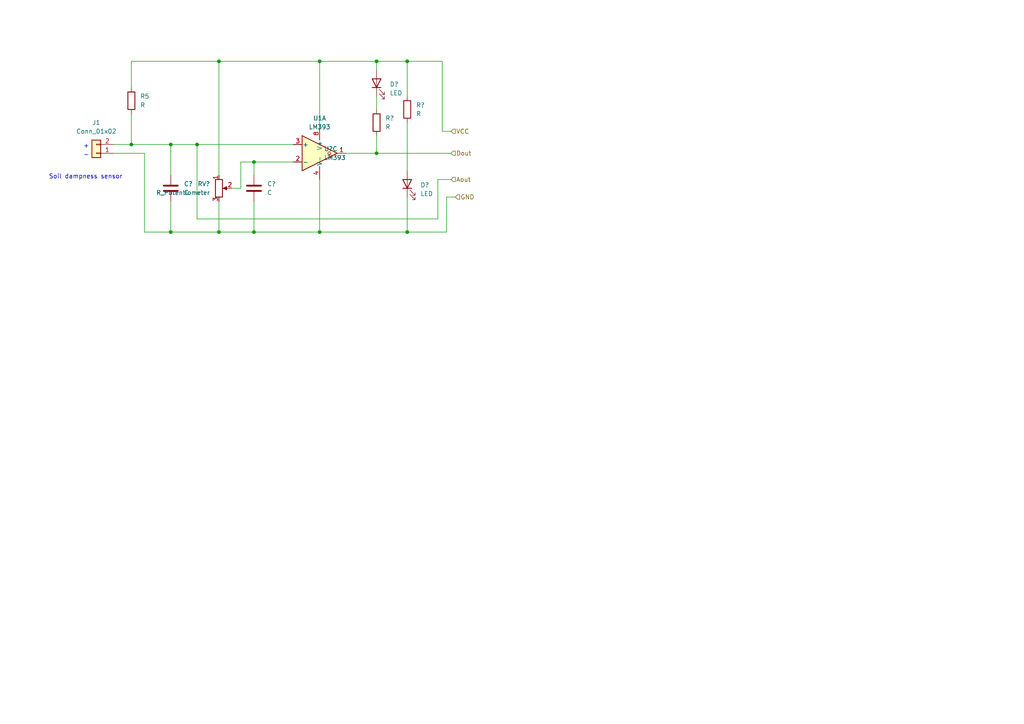
<source format=kicad_sch>
(kicad_sch (version 20211123) (generator eeschema)

  (uuid c151e327-598f-4977-8097-d9b096031849)

  (paper "A4")

  (lib_symbols
    (symbol "Comparator:LM393" (pin_names (offset 0.127)) (in_bom yes) (on_board yes)
      (property "Reference" "U" (id 0) (at 3.81 3.81 0)
        (effects (font (size 1.27 1.27)))
      )
      (property "Value" "LM393" (id 1) (at 6.35 -3.81 0)
        (effects (font (size 1.27 1.27)))
      )
      (property "Footprint" "" (id 2) (at 0 0 0)
        (effects (font (size 1.27 1.27)) hide)
      )
      (property "Datasheet" "http://www.ti.com/lit/ds/symlink/lm393.pdf" (id 3) (at 0 0 0)
        (effects (font (size 1.27 1.27)) hide)
      )
      (property "ki_locked" "" (id 4) (at 0 0 0)
        (effects (font (size 1.27 1.27)))
      )
      (property "ki_keywords" "cmp open collector" (id 5) (at 0 0 0)
        (effects (font (size 1.27 1.27)) hide)
      )
      (property "ki_description" "Low-Power, Low-Offset Voltage, Dual Comparators, DIP-8/SOIC-8/TO-99-8" (id 6) (at 0 0 0)
        (effects (font (size 1.27 1.27)) hide)
      )
      (property "ki_fp_filters" "SOIC*3.9x4.9mm*P1.27mm* DIP*W7.62mm* SOP*5.28x5.23mm*P1.27mm* VSSOP*3.0x3.0mm*P0.65mm* TSSOP*4.4x3mm*P0.65mm*" (id 7) (at 0 0 0)
        (effects (font (size 1.27 1.27)) hide)
      )
      (symbol "LM393_1_1"
        (polyline
          (pts
            (xy -5.08 5.08)
            (xy 5.08 0)
            (xy -5.08 -5.08)
            (xy -5.08 5.08)
          )
          (stroke (width 0.254) (type default) (color 0 0 0 0))
          (fill (type background))
        )
        (polyline
          (pts
            (xy 3.302 -0.508)
            (xy 2.794 -0.508)
            (xy 3.302 0)
            (xy 2.794 0.508)
            (xy 2.286 0)
            (xy 2.794 -0.508)
            (xy 2.286 -0.508)
          )
          (stroke (width 0.127) (type default) (color 0 0 0 0))
          (fill (type none))
        )
        (pin open_collector line (at 7.62 0 180) (length 2.54)
          (name "~" (effects (font (size 1.27 1.27))))
          (number "1" (effects (font (size 1.27 1.27))))
        )
        (pin input line (at -7.62 -2.54 0) (length 2.54)
          (name "-" (effects (font (size 1.27 1.27))))
          (number "2" (effects (font (size 1.27 1.27))))
        )
        (pin input line (at -7.62 2.54 0) (length 2.54)
          (name "+" (effects (font (size 1.27 1.27))))
          (number "3" (effects (font (size 1.27 1.27))))
        )
      )
      (symbol "LM393_2_1"
        (polyline
          (pts
            (xy -5.08 5.08)
            (xy 5.08 0)
            (xy -5.08 -5.08)
            (xy -5.08 5.08)
          )
          (stroke (width 0.254) (type default) (color 0 0 0 0))
          (fill (type background))
        )
        (polyline
          (pts
            (xy 3.302 -0.508)
            (xy 2.794 -0.508)
            (xy 3.302 0)
            (xy 2.794 0.508)
            (xy 2.286 0)
            (xy 2.794 -0.508)
            (xy 2.286 -0.508)
          )
          (stroke (width 0.127) (type default) (color 0 0 0 0))
          (fill (type none))
        )
        (pin input line (at -7.62 2.54 0) (length 2.54)
          (name "+" (effects (font (size 1.27 1.27))))
          (number "5" (effects (font (size 1.27 1.27))))
        )
        (pin input line (at -7.62 -2.54 0) (length 2.54)
          (name "-" (effects (font (size 1.27 1.27))))
          (number "6" (effects (font (size 1.27 1.27))))
        )
        (pin open_collector line (at 7.62 0 180) (length 2.54)
          (name "~" (effects (font (size 1.27 1.27))))
          (number "7" (effects (font (size 1.27 1.27))))
        )
      )
      (symbol "LM393_3_1"
        (pin power_in line (at -2.54 -7.62 90) (length 3.81)
          (name "V-" (effects (font (size 1.27 1.27))))
          (number "4" (effects (font (size 1.27 1.27))))
        )
        (pin power_in line (at -2.54 7.62 270) (length 3.81)
          (name "V+" (effects (font (size 1.27 1.27))))
          (number "8" (effects (font (size 1.27 1.27))))
        )
      )
    )
    (symbol "Connector_Generic:Conn_01x02" (pin_names (offset 1.016) hide) (in_bom yes) (on_board yes)
      (property "Reference" "J" (id 0) (at 0 2.54 0)
        (effects (font (size 1.27 1.27)))
      )
      (property "Value" "Conn_01x02" (id 1) (at 0 -5.08 0)
        (effects (font (size 1.27 1.27)))
      )
      (property "Footprint" "" (id 2) (at 0 0 0)
        (effects (font (size 1.27 1.27)) hide)
      )
      (property "Datasheet" "~" (id 3) (at 0 0 0)
        (effects (font (size 1.27 1.27)) hide)
      )
      (property "ki_keywords" "connector" (id 4) (at 0 0 0)
        (effects (font (size 1.27 1.27)) hide)
      )
      (property "ki_description" "Generic connector, single row, 01x02, script generated (kicad-library-utils/schlib/autogen/connector/)" (id 5) (at 0 0 0)
        (effects (font (size 1.27 1.27)) hide)
      )
      (property "ki_fp_filters" "Connector*:*_1x??_*" (id 6) (at 0 0 0)
        (effects (font (size 1.27 1.27)) hide)
      )
      (symbol "Conn_01x02_1_1"
        (rectangle (start -1.27 -2.413) (end 0 -2.667)
          (stroke (width 0.1524) (type default) (color 0 0 0 0))
          (fill (type none))
        )
        (rectangle (start -1.27 0.127) (end 0 -0.127)
          (stroke (width 0.1524) (type default) (color 0 0 0 0))
          (fill (type none))
        )
        (rectangle (start -1.27 1.27) (end 1.27 -3.81)
          (stroke (width 0.254) (type default) (color 0 0 0 0))
          (fill (type background))
        )
        (pin passive line (at -5.08 0 0) (length 3.81)
          (name "Pin_1" (effects (font (size 1.27 1.27))))
          (number "1" (effects (font (size 1.27 1.27))))
        )
        (pin passive line (at -5.08 -2.54 0) (length 3.81)
          (name "Pin_2" (effects (font (size 1.27 1.27))))
          (number "2" (effects (font (size 1.27 1.27))))
        )
      )
    )
    (symbol "Device:C" (pin_numbers hide) (pin_names (offset 0.254)) (in_bom yes) (on_board yes)
      (property "Reference" "C" (id 0) (at 0.635 2.54 0)
        (effects (font (size 1.27 1.27)) (justify left))
      )
      (property "Value" "C" (id 1) (at 0.635 -2.54 0)
        (effects (font (size 1.27 1.27)) (justify left))
      )
      (property "Footprint" "" (id 2) (at 0.9652 -3.81 0)
        (effects (font (size 1.27 1.27)) hide)
      )
      (property "Datasheet" "~" (id 3) (at 0 0 0)
        (effects (font (size 1.27 1.27)) hide)
      )
      (property "ki_keywords" "cap capacitor" (id 4) (at 0 0 0)
        (effects (font (size 1.27 1.27)) hide)
      )
      (property "ki_description" "Unpolarized capacitor" (id 5) (at 0 0 0)
        (effects (font (size 1.27 1.27)) hide)
      )
      (property "ki_fp_filters" "C_*" (id 6) (at 0 0 0)
        (effects (font (size 1.27 1.27)) hide)
      )
      (symbol "C_0_1"
        (polyline
          (pts
            (xy -2.032 -0.762)
            (xy 2.032 -0.762)
          )
          (stroke (width 0.508) (type default) (color 0 0 0 0))
          (fill (type none))
        )
        (polyline
          (pts
            (xy -2.032 0.762)
            (xy 2.032 0.762)
          )
          (stroke (width 0.508) (type default) (color 0 0 0 0))
          (fill (type none))
        )
      )
      (symbol "C_1_1"
        (pin passive line (at 0 3.81 270) (length 2.794)
          (name "~" (effects (font (size 1.27 1.27))))
          (number "1" (effects (font (size 1.27 1.27))))
        )
        (pin passive line (at 0 -3.81 90) (length 2.794)
          (name "~" (effects (font (size 1.27 1.27))))
          (number "2" (effects (font (size 1.27 1.27))))
        )
      )
    )
    (symbol "Device:LED" (pin_numbers hide) (pin_names (offset 1.016) hide) (in_bom yes) (on_board yes)
      (property "Reference" "D" (id 0) (at 0 2.54 0)
        (effects (font (size 1.27 1.27)))
      )
      (property "Value" "LED" (id 1) (at 0 -2.54 0)
        (effects (font (size 1.27 1.27)))
      )
      (property "Footprint" "" (id 2) (at 0 0 0)
        (effects (font (size 1.27 1.27)) hide)
      )
      (property "Datasheet" "~" (id 3) (at 0 0 0)
        (effects (font (size 1.27 1.27)) hide)
      )
      (property "ki_keywords" "LED diode" (id 4) (at 0 0 0)
        (effects (font (size 1.27 1.27)) hide)
      )
      (property "ki_description" "Light emitting diode" (id 5) (at 0 0 0)
        (effects (font (size 1.27 1.27)) hide)
      )
      (property "ki_fp_filters" "LED* LED_SMD:* LED_THT:*" (id 6) (at 0 0 0)
        (effects (font (size 1.27 1.27)) hide)
      )
      (symbol "LED_0_1"
        (polyline
          (pts
            (xy -1.27 -1.27)
            (xy -1.27 1.27)
          )
          (stroke (width 0.254) (type default) (color 0 0 0 0))
          (fill (type none))
        )
        (polyline
          (pts
            (xy -1.27 0)
            (xy 1.27 0)
          )
          (stroke (width 0) (type default) (color 0 0 0 0))
          (fill (type none))
        )
        (polyline
          (pts
            (xy 1.27 -1.27)
            (xy 1.27 1.27)
            (xy -1.27 0)
            (xy 1.27 -1.27)
          )
          (stroke (width 0.254) (type default) (color 0 0 0 0))
          (fill (type none))
        )
        (polyline
          (pts
            (xy -3.048 -0.762)
            (xy -4.572 -2.286)
            (xy -3.81 -2.286)
            (xy -4.572 -2.286)
            (xy -4.572 -1.524)
          )
          (stroke (width 0) (type default) (color 0 0 0 0))
          (fill (type none))
        )
        (polyline
          (pts
            (xy -1.778 -0.762)
            (xy -3.302 -2.286)
            (xy -2.54 -2.286)
            (xy -3.302 -2.286)
            (xy -3.302 -1.524)
          )
          (stroke (width 0) (type default) (color 0 0 0 0))
          (fill (type none))
        )
      )
      (symbol "LED_1_1"
        (pin passive line (at -3.81 0 0) (length 2.54)
          (name "K" (effects (font (size 1.27 1.27))))
          (number "1" (effects (font (size 1.27 1.27))))
        )
        (pin passive line (at 3.81 0 180) (length 2.54)
          (name "A" (effects (font (size 1.27 1.27))))
          (number "2" (effects (font (size 1.27 1.27))))
        )
      )
    )
    (symbol "Device:R" (pin_numbers hide) (pin_names (offset 0)) (in_bom yes) (on_board yes)
      (property "Reference" "R" (id 0) (at 2.032 0 90)
        (effects (font (size 1.27 1.27)))
      )
      (property "Value" "R" (id 1) (at 0 0 90)
        (effects (font (size 1.27 1.27)))
      )
      (property "Footprint" "" (id 2) (at -1.778 0 90)
        (effects (font (size 1.27 1.27)) hide)
      )
      (property "Datasheet" "~" (id 3) (at 0 0 0)
        (effects (font (size 1.27 1.27)) hide)
      )
      (property "ki_keywords" "R res resistor" (id 4) (at 0 0 0)
        (effects (font (size 1.27 1.27)) hide)
      )
      (property "ki_description" "Resistor" (id 5) (at 0 0 0)
        (effects (font (size 1.27 1.27)) hide)
      )
      (property "ki_fp_filters" "R_*" (id 6) (at 0 0 0)
        (effects (font (size 1.27 1.27)) hide)
      )
      (symbol "R_0_1"
        (rectangle (start -1.016 -2.54) (end 1.016 2.54)
          (stroke (width 0.254) (type default) (color 0 0 0 0))
          (fill (type none))
        )
      )
      (symbol "R_1_1"
        (pin passive line (at 0 3.81 270) (length 1.27)
          (name "~" (effects (font (size 1.27 1.27))))
          (number "1" (effects (font (size 1.27 1.27))))
        )
        (pin passive line (at 0 -3.81 90) (length 1.27)
          (name "~" (effects (font (size 1.27 1.27))))
          (number "2" (effects (font (size 1.27 1.27))))
        )
      )
    )
    (symbol "Device:R_Potentiometer" (pin_names (offset 1.016) hide) (in_bom yes) (on_board yes)
      (property "Reference" "RV" (id 0) (at -4.445 0 90)
        (effects (font (size 1.27 1.27)))
      )
      (property "Value" "R_Potentiometer" (id 1) (at -2.54 0 90)
        (effects (font (size 1.27 1.27)))
      )
      (property "Footprint" "" (id 2) (at 0 0 0)
        (effects (font (size 1.27 1.27)) hide)
      )
      (property "Datasheet" "~" (id 3) (at 0 0 0)
        (effects (font (size 1.27 1.27)) hide)
      )
      (property "ki_keywords" "resistor variable" (id 4) (at 0 0 0)
        (effects (font (size 1.27 1.27)) hide)
      )
      (property "ki_description" "Potentiometer" (id 5) (at 0 0 0)
        (effects (font (size 1.27 1.27)) hide)
      )
      (property "ki_fp_filters" "Potentiometer*" (id 6) (at 0 0 0)
        (effects (font (size 1.27 1.27)) hide)
      )
      (symbol "R_Potentiometer_0_1"
        (polyline
          (pts
            (xy 2.54 0)
            (xy 1.524 0)
          )
          (stroke (width 0) (type default) (color 0 0 0 0))
          (fill (type none))
        )
        (polyline
          (pts
            (xy 1.143 0)
            (xy 2.286 0.508)
            (xy 2.286 -0.508)
            (xy 1.143 0)
          )
          (stroke (width 0) (type default) (color 0 0 0 0))
          (fill (type outline))
        )
        (rectangle (start 1.016 2.54) (end -1.016 -2.54)
          (stroke (width 0.254) (type default) (color 0 0 0 0))
          (fill (type none))
        )
      )
      (symbol "R_Potentiometer_1_1"
        (pin passive line (at 0 3.81 270) (length 1.27)
          (name "1" (effects (font (size 1.27 1.27))))
          (number "1" (effects (font (size 1.27 1.27))))
        )
        (pin passive line (at 3.81 0 180) (length 1.27)
          (name "2" (effects (font (size 1.27 1.27))))
          (number "2" (effects (font (size 1.27 1.27))))
        )
        (pin passive line (at 0 -3.81 90) (length 1.27)
          (name "3" (effects (font (size 1.27 1.27))))
          (number "3" (effects (font (size 1.27 1.27))))
        )
      )
    )
  )

  (junction (at 92.71 67.31) (diameter 0) (color 0 0 0 0)
    (uuid 01cbd724-30de-4940-8a97-d707a77c305d)
  )
  (junction (at 118.11 67.31) (diameter 0) (color 0 0 0 0)
    (uuid 12449918-8764-4c0b-8dd8-40b8d80c28c0)
  )
  (junction (at 49.53 41.91) (diameter 0) (color 0 0 0 0)
    (uuid 1a2da318-5e75-49a2-aa04-6cb8c025b6f6)
  )
  (junction (at 109.22 44.45) (diameter 0) (color 0 0 0 0)
    (uuid 1fd5a62e-ae2e-4923-8797-8639aa691984)
  )
  (junction (at 73.66 67.31) (diameter 0) (color 0 0 0 0)
    (uuid 2c98b9d4-258f-406f-987f-3307384d7233)
  )
  (junction (at 57.15 41.91) (diameter 0) (color 0 0 0 0)
    (uuid 3cd731e8-012a-47d4-92d1-e9e5a7b30d80)
  )
  (junction (at 49.53 67.31) (diameter 0) (color 0 0 0 0)
    (uuid 41ffcf11-7c79-4517-89a4-47a3a37f72a1)
  )
  (junction (at 73.66 46.99) (diameter 0) (color 0 0 0 0)
    (uuid 45d9e3d0-7a6e-415c-8d36-dbf08026c334)
  )
  (junction (at 92.71 17.78) (diameter 0) (color 0 0 0 0)
    (uuid 4e5d6547-4aaa-4eae-a635-68be84591ea0)
  )
  (junction (at 118.11 17.78) (diameter 0) (color 0 0 0 0)
    (uuid 661ec10a-3ae1-40a9-a0f3-a77e0033d023)
  )
  (junction (at 63.5 17.78) (diameter 0) (color 0 0 0 0)
    (uuid 85a010fa-1b4c-4e68-93ff-29b8e9626c45)
  )
  (junction (at 63.5 67.31) (diameter 0) (color 0 0 0 0)
    (uuid bdc6ccf4-552f-4ba7-82d3-54fea9446194)
  )
  (junction (at 109.22 17.78) (diameter 0) (color 0 0 0 0)
    (uuid c8fb745f-ff38-440c-9623-9048cb34f0a0)
  )
  (junction (at 38.1 41.91) (diameter 0) (color 0 0 0 0)
    (uuid f621cf59-4ab9-420a-8bee-11f523d6a1de)
  )

  (wire (pts (xy 118.11 35.56) (xy 118.11 49.53))
    (stroke (width 0) (type default) (color 0 0 0 0))
    (uuid 0cd73bff-8ef5-4b7b-9d8d-13a98f7d6d99)
  )
  (wire (pts (xy 129.54 57.15) (xy 132.08 57.15))
    (stroke (width 0) (type default) (color 0 0 0 0))
    (uuid 1037ca78-4137-4304-90a5-37f560150d20)
  )
  (wire (pts (xy 109.22 27.94) (xy 109.22 31.75))
    (stroke (width 0) (type default) (color 0 0 0 0))
    (uuid 1600f091-ccd1-48cd-aff2-f89163dd6876)
  )
  (wire (pts (xy 129.54 57.15) (xy 129.54 67.31))
    (stroke (width 0) (type default) (color 0 0 0 0))
    (uuid 168e3828-4787-42dc-b24a-98dec91afb3b)
  )
  (wire (pts (xy 41.91 44.45) (xy 41.91 67.31))
    (stroke (width 0) (type default) (color 0 0 0 0))
    (uuid 18c43900-2b90-484a-ac9b-df5c0e48cfe9)
  )
  (wire (pts (xy 118.11 17.78) (xy 118.11 27.94))
    (stroke (width 0) (type default) (color 0 0 0 0))
    (uuid 25712b80-c01f-47a2-81e4-7e92f7afe22f)
  )
  (wire (pts (xy 57.15 63.5) (xy 127 63.5))
    (stroke (width 0) (type default) (color 0 0 0 0))
    (uuid 2c78fe83-a394-42a3-8c25-10a38222bad9)
  )
  (wire (pts (xy 128.27 38.1) (xy 130.81 38.1))
    (stroke (width 0) (type default) (color 0 0 0 0))
    (uuid 31e4fa78-2c5a-4864-bb61-ca880dbd9253)
  )
  (wire (pts (xy 127 52.07) (xy 130.81 52.07))
    (stroke (width 0) (type default) (color 0 0 0 0))
    (uuid 3ba0d263-e20f-4130-9856-13354f0fdc5d)
  )
  (wire (pts (xy 41.91 67.31) (xy 49.53 67.31))
    (stroke (width 0) (type default) (color 0 0 0 0))
    (uuid 44be2ad2-8b75-4ef4-afc5-cf3d5d7d6cbc)
  )
  (wire (pts (xy 69.85 54.61) (xy 69.85 46.99))
    (stroke (width 0) (type default) (color 0 0 0 0))
    (uuid 45a2f3a7-c5b5-4133-8b86-da7910c8046b)
  )
  (wire (pts (xy 57.15 41.91) (xy 85.09 41.91))
    (stroke (width 0) (type default) (color 0 0 0 0))
    (uuid 4b3fa630-b3e3-4edd-ba5a-63e56fd763c0)
  )
  (wire (pts (xy 73.66 67.31) (xy 92.71 67.31))
    (stroke (width 0) (type default) (color 0 0 0 0))
    (uuid 4e8776b9-a6e6-4761-8e0f-a4fe59a56cef)
  )
  (wire (pts (xy 73.66 46.99) (xy 85.09 46.99))
    (stroke (width 0) (type default) (color 0 0 0 0))
    (uuid 4f1681ad-29ef-476f-8e81-6a4379e4d34a)
  )
  (wire (pts (xy 33.02 44.45) (xy 41.91 44.45))
    (stroke (width 0) (type default) (color 0 0 0 0))
    (uuid 4fd7e2dd-aedb-40e4-a87a-76f712deb4db)
  )
  (wire (pts (xy 49.53 67.31) (xy 63.5 67.31))
    (stroke (width 0) (type default) (color 0 0 0 0))
    (uuid 583424e0-c8cb-4c4c-94eb-433d0f952499)
  )
  (wire (pts (xy 109.22 44.45) (xy 130.81 44.45))
    (stroke (width 0) (type default) (color 0 0 0 0))
    (uuid 5aab4f4d-f547-4d11-9f99-1f922743bd02)
  )
  (wire (pts (xy 109.22 17.78) (xy 109.22 20.32))
    (stroke (width 0) (type default) (color 0 0 0 0))
    (uuid 664ad146-00e7-4734-b88d-1783725ae09d)
  )
  (wire (pts (xy 109.22 39.37) (xy 109.22 44.45))
    (stroke (width 0) (type default) (color 0 0 0 0))
    (uuid 698d5955-3f76-4fec-8894-c03f067b86f8)
  )
  (wire (pts (xy 118.11 17.78) (xy 128.27 17.78))
    (stroke (width 0) (type default) (color 0 0 0 0))
    (uuid 6d174d25-ac74-43cc-b4e4-c8f1a31c6cb9)
  )
  (wire (pts (xy 92.71 52.07) (xy 92.71 67.31))
    (stroke (width 0) (type default) (color 0 0 0 0))
    (uuid 7af0ab2d-f317-4325-b90d-239e50ef72c7)
  )
  (wire (pts (xy 38.1 17.78) (xy 63.5 17.78))
    (stroke (width 0) (type default) (color 0 0 0 0))
    (uuid 7c8eb9e5-36f5-4bb3-852f-60b4723ffd48)
  )
  (wire (pts (xy 69.85 46.99) (xy 73.66 46.99))
    (stroke (width 0) (type default) (color 0 0 0 0))
    (uuid 829bb75a-2148-4c7c-ae34-36f5625e48c3)
  )
  (wire (pts (xy 100.33 44.45) (xy 109.22 44.45))
    (stroke (width 0) (type default) (color 0 0 0 0))
    (uuid 82d23f0e-037b-430c-8ace-2e245e3e8d54)
  )
  (wire (pts (xy 38.1 41.91) (xy 49.53 41.91))
    (stroke (width 0) (type default) (color 0 0 0 0))
    (uuid 8b0fae2d-f521-414b-b7b1-d96c7264644d)
  )
  (wire (pts (xy 118.11 67.31) (xy 129.54 67.31))
    (stroke (width 0) (type default) (color 0 0 0 0))
    (uuid 8ee5b180-370f-4744-ab5c-aac0397d9713)
  )
  (wire (pts (xy 128.27 17.78) (xy 128.27 38.1))
    (stroke (width 0) (type default) (color 0 0 0 0))
    (uuid 92f5ba70-d7b3-45a3-9a9f-af248ce12c36)
  )
  (wire (pts (xy 127 63.5) (xy 127 52.07))
    (stroke (width 0) (type default) (color 0 0 0 0))
    (uuid 94e4e180-f995-4588-af81-3c2c1573c1d4)
  )
  (wire (pts (xy 63.5 17.78) (xy 92.71 17.78))
    (stroke (width 0) (type default) (color 0 0 0 0))
    (uuid 96ce4072-d758-44fe-ade6-7705cbd3372a)
  )
  (wire (pts (xy 109.22 17.78) (xy 118.11 17.78))
    (stroke (width 0) (type default) (color 0 0 0 0))
    (uuid 9eb0914f-5bc5-42e4-af4c-6f2c8e607773)
  )
  (wire (pts (xy 73.66 58.42) (xy 73.66 67.31))
    (stroke (width 0) (type default) (color 0 0 0 0))
    (uuid a04bc049-3e9f-4222-a915-a52e231157ed)
  )
  (wire (pts (xy 67.31 54.61) (xy 69.85 54.61))
    (stroke (width 0) (type default) (color 0 0 0 0))
    (uuid aedbd4ba-5c2d-4ca9-9d43-3888b8b1b15f)
  )
  (wire (pts (xy 49.53 58.42) (xy 49.53 67.31))
    (stroke (width 0) (type default) (color 0 0 0 0))
    (uuid b086fb79-1ff0-4b5a-af76-77beeda25422)
  )
  (wire (pts (xy 49.53 41.91) (xy 57.15 41.91))
    (stroke (width 0) (type default) (color 0 0 0 0))
    (uuid b27e40e4-1587-4334-b057-87bc16d4de59)
  )
  (wire (pts (xy 33.02 41.91) (xy 38.1 41.91))
    (stroke (width 0) (type default) (color 0 0 0 0))
    (uuid b58d9f74-82ae-4579-91c8-911e5a78b8d0)
  )
  (wire (pts (xy 92.71 17.78) (xy 92.71 36.83))
    (stroke (width 0) (type default) (color 0 0 0 0))
    (uuid b738b77b-6e42-4b37-9cad-4278d3c77bf4)
  )
  (wire (pts (xy 92.71 17.78) (xy 109.22 17.78))
    (stroke (width 0) (type default) (color 0 0 0 0))
    (uuid b83d29c6-fec4-4516-bcd2-b648741f4c07)
  )
  (wire (pts (xy 118.11 57.15) (xy 118.11 67.31))
    (stroke (width 0) (type default) (color 0 0 0 0))
    (uuid bf2c50b2-e402-4d33-8802-10c0c5ae667f)
  )
  (wire (pts (xy 63.5 17.78) (xy 63.5 50.8))
    (stroke (width 0) (type default) (color 0 0 0 0))
    (uuid c1fdc155-33bc-485a-a9a5-41bf785fc7af)
  )
  (wire (pts (xy 49.53 41.91) (xy 49.53 50.8))
    (stroke (width 0) (type default) (color 0 0 0 0))
    (uuid c305d622-abce-44df-bf79-8a28e51fd5ba)
  )
  (wire (pts (xy 73.66 46.99) (xy 73.66 50.8))
    (stroke (width 0) (type default) (color 0 0 0 0))
    (uuid c372d8fb-9aa2-4fe1-b101-d456aa42bd2f)
  )
  (wire (pts (xy 57.15 41.91) (xy 57.15 63.5))
    (stroke (width 0) (type default) (color 0 0 0 0))
    (uuid cb2e373d-4172-4761-a4a1-b7523f156c22)
  )
  (wire (pts (xy 63.5 58.42) (xy 63.5 67.31))
    (stroke (width 0) (type default) (color 0 0 0 0))
    (uuid dd7009c0-c6bd-41e3-8a5d-b0be6eefb34a)
  )
  (wire (pts (xy 38.1 33.02) (xy 38.1 41.91))
    (stroke (width 0) (type default) (color 0 0 0 0))
    (uuid df992ffd-2e7d-4c4b-b613-7bae5bf23c1f)
  )
  (wire (pts (xy 92.71 67.31) (xy 118.11 67.31))
    (stroke (width 0) (type default) (color 0 0 0 0))
    (uuid e1be7e93-9957-4ed7-9f6a-e8e2ad4d0c48)
  )
  (wire (pts (xy 38.1 25.4) (xy 38.1 17.78))
    (stroke (width 0) (type default) (color 0 0 0 0))
    (uuid e2feed2b-e08e-4148-bdcc-b3e876af6904)
  )
  (wire (pts (xy 63.5 67.31) (xy 73.66 67.31))
    (stroke (width 0) (type default) (color 0 0 0 0))
    (uuid f93be9fc-1996-4b8e-bb4f-d5f46f68d410)
  )

  (text "+" (at 24.13 43.18 0)
    (effects (font (size 1.27 1.27)) (justify left bottom))
    (uuid 271897da-8239-48a1-8b9f-34f85494b698)
  )
  (text "Soil dampness sensor" (at 35.56 52.07 180)
    (effects (font (size 1.27 1.27)) (justify right bottom))
    (uuid 400d05aa-3a2c-49d0-bf71-65eafaf0405d)
  )
  (text "-" (at 24.13 45.72 0)
    (effects (font (size 1.27 1.27)) (justify left bottom))
    (uuid 99f9e990-e595-4013-81e1-2318c3b24e56)
  )

  (hierarchical_label "Aout" (shape input) (at 130.81 52.07 0)
    (effects (font (size 1.27 1.27)) (justify left))
    (uuid 2aaa00fa-8b21-47c1-83f7-fe2eda5431da)
  )
  (hierarchical_label "GND" (shape input) (at 132.08 57.15 0)
    (effects (font (size 1.27 1.27)) (justify left))
    (uuid 3242ecce-5f28-48bd-8970-d658aa80d8d2)
  )
  (hierarchical_label "Dout" (shape input) (at 130.81 44.45 0)
    (effects (font (size 1.27 1.27)) (justify left))
    (uuid 65a634be-7324-4a4a-9242-a6964c431b32)
  )
  (hierarchical_label "VCC" (shape input) (at 130.81 38.1 0)
    (effects (font (size 1.27 1.27)) (justify left))
    (uuid f9e12ba1-9a45-4f92-b155-9f072680e0ac)
  )

  (symbol (lib_id "Connector_Generic:Conn_01x02") (at 27.94 44.45 180) (unit 1)
    (in_bom yes) (on_board yes) (fields_autoplaced)
    (uuid 39fb1d45-5927-49a9-8066-4c63152fdb98)
    (property "Reference" "J1" (id 0) (at 27.94 35.56 0))
    (property "Value" "Conn_01x02" (id 1) (at 27.94 38.1 0))
    (property "Footprint" "" (id 2) (at 27.94 44.45 0)
      (effects (font (size 1.27 1.27)) hide)
    )
    (property "Datasheet" "~" (id 3) (at 27.94 44.45 0)
      (effects (font (size 1.27 1.27)) hide)
    )
    (pin "1" (uuid 89ef326d-2ab2-4bb6-8f38-d9579075912b))
    (pin "2" (uuid 3f3b6fb4-a718-4d08-86af-d8d1a8b73067))
  )

  (symbol (lib_id "Comparator:LM393") (at 95.25 44.45 0) (unit 3)
    (in_bom yes) (on_board yes) (fields_autoplaced)
    (uuid 3b184dd6-d844-4b98-822c-ebdaac6c250a)
    (property "Reference" "U?" (id 0) (at 93.98 43.1799 0)
      (effects (font (size 1.27 1.27)) (justify left))
    )
    (property "Value" "LM393" (id 1) (at 93.98 45.7199 0)
      (effects (font (size 1.27 1.27)) (justify left))
    )
    (property "Footprint" "" (id 2) (at 95.25 44.45 0)
      (effects (font (size 1.27 1.27)) hide)
    )
    (property "Datasheet" "http://www.ti.com/lit/ds/symlink/lm393.pdf" (id 3) (at 95.25 44.45 0)
      (effects (font (size 1.27 1.27)) hide)
    )
    (pin "1" (uuid d3e3385c-012a-457c-9e8c-c1680f2389af))
    (pin "2" (uuid ddc3c5ad-7363-4f75-a17d-e459bbf6f122))
    (pin "3" (uuid a13c4e67-be10-4b86-9cc4-7e6cde52950a))
    (pin "5" (uuid d5bef877-c623-46f9-a2cb-fa7a90782552))
    (pin "6" (uuid 003abb0c-35a1-4484-847d-8e84afa273f7))
    (pin "7" (uuid 8c032fb3-73fd-4494-ab2c-1ea2301ad310))
    (pin "4" (uuid 910c3170-7c4c-477e-9af6-929d84e7c9ff))
    (pin "8" (uuid a9c25bd6-e452-4691-95ce-e8ee77a7f13d))
  )

  (symbol (lib_id "Device:LED") (at 109.22 24.13 90) (unit 1)
    (in_bom yes) (on_board yes) (fields_autoplaced)
    (uuid 4ce7d027-ed94-40e3-a896-60f5d9c12d2b)
    (property "Reference" "D?" (id 0) (at 113.03 24.4474 90)
      (effects (font (size 1.27 1.27)) (justify right))
    )
    (property "Value" "LED" (id 1) (at 113.03 26.9874 90)
      (effects (font (size 1.27 1.27)) (justify right))
    )
    (property "Footprint" "" (id 2) (at 109.22 24.13 0)
      (effects (font (size 1.27 1.27)) hide)
    )
    (property "Datasheet" "~" (id 3) (at 109.22 24.13 0)
      (effects (font (size 1.27 1.27)) hide)
    )
    (pin "1" (uuid e65cdec7-8729-475a-af25-63798bed3abb))
    (pin "2" (uuid e9544b36-8326-4643-a6da-7fc53f4f9333))
  )

  (symbol (lib_id "Device:R") (at 38.1 29.21 0) (unit 1)
    (in_bom yes) (on_board yes) (fields_autoplaced)
    (uuid 4f8e3fb3-69a1-473e-9151-c4c147ce1bee)
    (property "Reference" "R5" (id 0) (at 40.64 27.9399 0)
      (effects (font (size 1.27 1.27)) (justify left))
    )
    (property "Value" "R" (id 1) (at 40.64 30.4799 0)
      (effects (font (size 1.27 1.27)) (justify left))
    )
    (property "Footprint" "" (id 2) (at 36.322 29.21 90)
      (effects (font (size 1.27 1.27)) hide)
    )
    (property "Datasheet" "~" (id 3) (at 38.1 29.21 0)
      (effects (font (size 1.27 1.27)) hide)
    )
    (pin "1" (uuid 71cb8112-f2f5-4e6c-9942-87c51b6b7d36))
    (pin "2" (uuid 0508d903-fcea-4bfb-adc2-89bf8595bc51))
  )

  (symbol (lib_id "Device:C") (at 73.66 54.61 0) (unit 1)
    (in_bom yes) (on_board yes) (fields_autoplaced)
    (uuid 60400675-1596-4c39-a4eb-bbee89e4212f)
    (property "Reference" "C?" (id 0) (at 77.47 53.3399 0)
      (effects (font (size 1.27 1.27)) (justify left))
    )
    (property "Value" "C" (id 1) (at 77.47 55.8799 0)
      (effects (font (size 1.27 1.27)) (justify left))
    )
    (property "Footprint" "" (id 2) (at 74.6252 58.42 0)
      (effects (font (size 1.27 1.27)) hide)
    )
    (property "Datasheet" "~" (id 3) (at 73.66 54.61 0)
      (effects (font (size 1.27 1.27)) hide)
    )
    (pin "1" (uuid 33243fc0-ee61-4674-9b1d-f7383118a67a))
    (pin "2" (uuid 36ce6815-f0f0-4425-be63-061a6bb97e63))
  )

  (symbol (lib_id "Device:R") (at 109.22 35.56 0) (unit 1)
    (in_bom yes) (on_board yes) (fields_autoplaced)
    (uuid 67ae459d-6ae5-4503-9c75-6af433d309e6)
    (property "Reference" "R?" (id 0) (at 111.76 34.2899 0)
      (effects (font (size 1.27 1.27)) (justify left))
    )
    (property "Value" "R" (id 1) (at 111.76 36.8299 0)
      (effects (font (size 1.27 1.27)) (justify left))
    )
    (property "Footprint" "" (id 2) (at 107.442 35.56 90)
      (effects (font (size 1.27 1.27)) hide)
    )
    (property "Datasheet" "~" (id 3) (at 109.22 35.56 0)
      (effects (font (size 1.27 1.27)) hide)
    )
    (pin "1" (uuid 795978f5-f2a5-4404-add7-652a5163e4ac))
    (pin "2" (uuid 6882eb9e-ae8b-451f-9708-f8d3f1acee80))
  )

  (symbol (lib_id "Device:C") (at 49.53 54.61 0) (unit 1)
    (in_bom yes) (on_board yes) (fields_autoplaced)
    (uuid b751994b-24e7-4059-9927-1dbfb248f1d8)
    (property "Reference" "C?" (id 0) (at 53.34 53.3399 0)
      (effects (font (size 1.27 1.27)) (justify left))
    )
    (property "Value" "C" (id 1) (at 53.34 55.8799 0)
      (effects (font (size 1.27 1.27)) (justify left))
    )
    (property "Footprint" "" (id 2) (at 50.4952 58.42 0)
      (effects (font (size 1.27 1.27)) hide)
    )
    (property "Datasheet" "~" (id 3) (at 49.53 54.61 0)
      (effects (font (size 1.27 1.27)) hide)
    )
    (pin "1" (uuid 48a2ad38-37b0-45c1-b748-4bc8471849d6))
    (pin "2" (uuid abe2b0cb-5fc8-4216-be54-30950dd67b83))
  )

  (symbol (lib_id "Device:LED") (at 118.11 53.34 90) (unit 1)
    (in_bom yes) (on_board yes) (fields_autoplaced)
    (uuid cbfbdbb4-6983-4e5a-bf96-6cbb49bfeea9)
    (property "Reference" "D?" (id 0) (at 121.92 53.6574 90)
      (effects (font (size 1.27 1.27)) (justify right))
    )
    (property "Value" "LED" (id 1) (at 121.92 56.1974 90)
      (effects (font (size 1.27 1.27)) (justify right))
    )
    (property "Footprint" "" (id 2) (at 118.11 53.34 0)
      (effects (font (size 1.27 1.27)) hide)
    )
    (property "Datasheet" "~" (id 3) (at 118.11 53.34 0)
      (effects (font (size 1.27 1.27)) hide)
    )
    (pin "1" (uuid f8823079-094f-4b12-8861-9766049844ed))
    (pin "2" (uuid 07de12df-8a10-4976-b046-985785e564b9))
  )

  (symbol (lib_id "Device:R") (at 118.11 31.75 0) (unit 1)
    (in_bom yes) (on_board yes) (fields_autoplaced)
    (uuid f9b8b275-472e-474d-8262-ed924533a06a)
    (property "Reference" "R?" (id 0) (at 120.65 30.4799 0)
      (effects (font (size 1.27 1.27)) (justify left))
    )
    (property "Value" "R" (id 1) (at 120.65 33.0199 0)
      (effects (font (size 1.27 1.27)) (justify left))
    )
    (property "Footprint" "" (id 2) (at 116.332 31.75 90)
      (effects (font (size 1.27 1.27)) hide)
    )
    (property "Datasheet" "~" (id 3) (at 118.11 31.75 0)
      (effects (font (size 1.27 1.27)) hide)
    )
    (pin "1" (uuid c9c36fb6-cd26-4a90-8735-d0f60798e772))
    (pin "2" (uuid 4c13e945-fe24-45b5-bd41-b2add1eb7551))
  )

  (symbol (lib_id "Device:R_Potentiometer") (at 63.5 54.61 0) (unit 1)
    (in_bom yes) (on_board yes) (fields_autoplaced)
    (uuid f9d3bc0a-fae1-43db-8007-8c67612e008b)
    (property "Reference" "RV?" (id 0) (at 60.96 53.3399 0)
      (effects (font (size 1.27 1.27)) (justify right))
    )
    (property "Value" "R_Potentiometer" (id 1) (at 60.96 55.8799 0)
      (effects (font (size 1.27 1.27)) (justify right))
    )
    (property "Footprint" "" (id 2) (at 63.5 54.61 0)
      (effects (font (size 1.27 1.27)) hide)
    )
    (property "Datasheet" "~" (id 3) (at 63.5 54.61 0)
      (effects (font (size 1.27 1.27)) hide)
    )
    (pin "1" (uuid 0d010fea-6e92-48f2-b090-edb34b9f0031))
    (pin "2" (uuid d3a566da-b90f-4455-a37d-9c1033ccf6a1))
    (pin "3" (uuid 0dca3185-b438-4afb-aa67-f45ac6ac163b))
  )

  (symbol (lib_id "Comparator:LM393") (at 92.71 44.45 0) (unit 1)
    (in_bom yes) (on_board yes) (fields_autoplaced)
    (uuid fda38282-04d9-413a-968f-01a70c557b45)
    (property "Reference" "U1" (id 0) (at 92.71 34.29 0))
    (property "Value" "LM393" (id 1) (at 92.71 36.83 0))
    (property "Footprint" "" (id 2) (at 92.71 44.45 0)
      (effects (font (size 1.27 1.27)) hide)
    )
    (property "Datasheet" "http://www.ti.com/lit/ds/symlink/lm393.pdf" (id 3) (at 92.71 44.45 0)
      (effects (font (size 1.27 1.27)) hide)
    )
    (pin "1" (uuid a0a7952e-d623-4928-b3d0-815878cdbaea))
    (pin "2" (uuid db8840f2-9d7b-400b-99c6-7f3fce95ad1e))
    (pin "3" (uuid 796c449e-3736-42e6-9e1c-2eb6fdce2ea9))
    (pin "5" (uuid c738e4e1-0552-4f5e-98e1-2e980a912ab5))
    (pin "6" (uuid c807317f-3265-4347-b57d-6581f1e9873b))
    (pin "7" (uuid d02dfbfe-3e4b-4b96-b0d3-95519fd2a992))
    (pin "4" (uuid ac69e7ce-afcd-4cb6-b983-3a2c22f6cc46))
    (pin "8" (uuid 37019562-259a-4009-ac23-55ac73960aca))
  )
)

</source>
